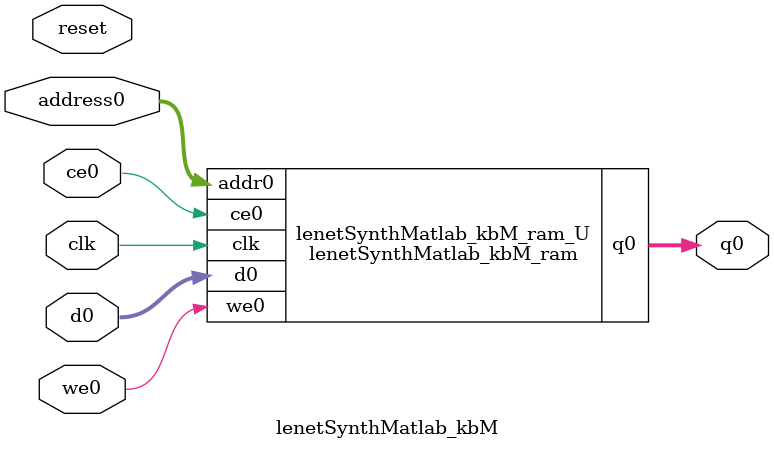
<source format=v>

`timescale 1 ns / 1 ps
module lenetSynthMatlab_kbM_ram (addr0, ce0, d0, we0, q0,  clk);

parameter DWIDTH = 32;
parameter AWIDTH = 8;
parameter MEM_SIZE = 150;

input[AWIDTH-1:0] addr0;
input ce0;
input[DWIDTH-1:0] d0;
input we0;
output reg[DWIDTH-1:0] q0;
input clk;

(* ram_style = "block" *)reg [DWIDTH-1:0] ram[0:MEM_SIZE-1];




always @(posedge clk)  
begin 
    if (ce0) 
    begin
        if (we0) 
        begin 
            ram[addr0] <= d0; 
            q0 <= d0;
        end 
        else 
            q0 <= ram[addr0];
    end
end


endmodule


`timescale 1 ns / 1 ps
module lenetSynthMatlab_kbM(
    reset,
    clk,
    address0,
    ce0,
    we0,
    d0,
    q0);

parameter DataWidth = 32'd32;
parameter AddressRange = 32'd150;
parameter AddressWidth = 32'd8;
input reset;
input clk;
input[AddressWidth - 1:0] address0;
input ce0;
input we0;
input[DataWidth - 1:0] d0;
output[DataWidth - 1:0] q0;



lenetSynthMatlab_kbM_ram lenetSynthMatlab_kbM_ram_U(
    .clk( clk ),
    .addr0( address0 ),
    .ce0( ce0 ),
    .we0( we0 ),
    .d0( d0 ),
    .q0( q0 ));

endmodule


</source>
